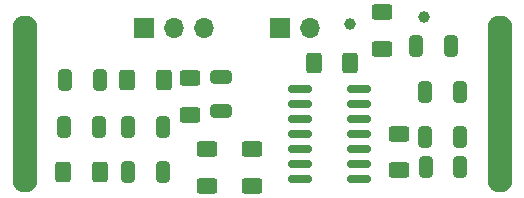
<source format=gbr>
%TF.GenerationSoftware,KiCad,Pcbnew,(6.0.4)*%
%TF.CreationDate,2022-08-01T11:19:28+10:00*%
%TF.ProjectId,GSR + ST V2,47535220-2b20-4535-9420-56322e6b6963,rev?*%
%TF.SameCoordinates,Original*%
%TF.FileFunction,Soldermask,Top*%
%TF.FilePolarity,Negative*%
%FSLAX46Y46*%
G04 Gerber Fmt 4.6, Leading zero omitted, Abs format (unit mm)*
G04 Created by KiCad (PCBNEW (6.0.4)) date 2022-08-01 11:19:28*
%MOMM*%
%LPD*%
G01*
G04 APERTURE LIST*
G04 Aperture macros list*
%AMRoundRect*
0 Rectangle with rounded corners*
0 $1 Rounding radius*
0 $2 $3 $4 $5 $6 $7 $8 $9 X,Y pos of 4 corners*
0 Add a 4 corners polygon primitive as box body*
4,1,4,$2,$3,$4,$5,$6,$7,$8,$9,$2,$3,0*
0 Add four circle primitives for the rounded corners*
1,1,$1+$1,$2,$3*
1,1,$1+$1,$4,$5*
1,1,$1+$1,$6,$7*
1,1,$1+$1,$8,$9*
0 Add four rect primitives between the rounded corners*
20,1,$1+$1,$2,$3,$4,$5,0*
20,1,$1+$1,$4,$5,$6,$7,0*
20,1,$1+$1,$6,$7,$8,$9,0*
20,1,$1+$1,$8,$9,$2,$3,0*%
G04 Aperture macros list end*
%ADD10C,1.000000*%
%ADD11R,1.700000X1.700000*%
%ADD12O,1.700000X1.700000*%
%ADD13RoundRect,0.250000X-0.325000X-0.650000X0.325000X-0.650000X0.325000X0.650000X-0.325000X0.650000X0*%
%ADD14RoundRect,0.250000X0.625000X-0.400000X0.625000X0.400000X-0.625000X0.400000X-0.625000X-0.400000X0*%
%ADD15RoundRect,0.150000X-0.825000X-0.150000X0.825000X-0.150000X0.825000X0.150000X-0.825000X0.150000X0*%
%ADD16O,2.100000X15.000000*%
%ADD17RoundRect,0.250000X-0.400000X-0.625000X0.400000X-0.625000X0.400000X0.625000X-0.400000X0.625000X0*%
%ADD18RoundRect,0.250000X-0.625000X0.400000X-0.625000X-0.400000X0.625000X-0.400000X0.625000X0.400000X0*%
%ADD19RoundRect,0.250000X0.650000X-0.325000X0.650000X0.325000X-0.650000X0.325000X-0.650000X-0.325000X0*%
G04 APERTURE END LIST*
D10*
%TO.C,TP2*%
X204100000Y-107700000D03*
%TD*%
D11*
%TO.C,J2*%
X198200000Y-108000000D03*
D12*
X200740000Y-108000000D03*
%TD*%
D13*
%TO.C,C2*%
X179925000Y-116400000D03*
X182875000Y-116400000D03*
%TD*%
%TO.C,C1*%
X180000000Y-112400000D03*
X182950000Y-112400000D03*
%TD*%
D14*
%TO.C,R4*%
X192000000Y-121350000D03*
X192000000Y-118250000D03*
%TD*%
%TO.C,R5*%
X208300000Y-120050000D03*
X208300000Y-116950000D03*
%TD*%
D13*
%TO.C,C8*%
X185325000Y-120200000D03*
X188275000Y-120200000D03*
%TD*%
%TO.C,C9*%
X185325000Y-116400000D03*
X188275000Y-116400000D03*
%TD*%
D15*
%TO.C,U3*%
X199925000Y-113190000D03*
X199925000Y-114460000D03*
X199925000Y-115730000D03*
X199925000Y-117000000D03*
X199925000Y-118270000D03*
X199925000Y-119540000D03*
X199925000Y-120810000D03*
X204875000Y-120810000D03*
X204875000Y-119540000D03*
X204875000Y-118270000D03*
X204875000Y-117000000D03*
X204875000Y-115730000D03*
X204875000Y-114460000D03*
X204875000Y-113190000D03*
%TD*%
D14*
%TO.C,R1*%
X190600000Y-115350000D03*
X190600000Y-112250000D03*
%TD*%
D13*
%TO.C,C4*%
X210450000Y-117200000D03*
X213400000Y-117200000D03*
%TD*%
D16*
%TO.C,REF\u002A\u002A*%
X216800000Y-114400000D03*
%TD*%
D11*
%TO.C,J1*%
X186675000Y-108000000D03*
D12*
X189215000Y-108000000D03*
X191755000Y-108000000D03*
%TD*%
D17*
%TO.C,R7*%
X185250000Y-112400000D03*
X188350000Y-112400000D03*
%TD*%
%TO.C,R6*%
X179850000Y-120200000D03*
X182950000Y-120200000D03*
%TD*%
D16*
%TO.C,REF\u002A\u002A*%
X176600000Y-114400000D03*
%TD*%
D13*
%TO.C,C5*%
X209725000Y-109500000D03*
X212675000Y-109500000D03*
%TD*%
D10*
%TO.C,TP3*%
X210400000Y-107100000D03*
%TD*%
D13*
%TO.C,C7*%
X210525000Y-119800000D03*
X213475000Y-119800000D03*
%TD*%
D18*
%TO.C,R8*%
X206800000Y-106650000D03*
X206800000Y-109750000D03*
%TD*%
D17*
%TO.C,R3*%
X201050000Y-111000000D03*
X204150000Y-111000000D03*
%TD*%
D18*
%TO.C,R2*%
X195800000Y-118250000D03*
X195800000Y-121350000D03*
%TD*%
D19*
%TO.C,C3*%
X193200000Y-115075000D03*
X193200000Y-112125000D03*
%TD*%
D13*
%TO.C,C6*%
X210450000Y-113400000D03*
X213400000Y-113400000D03*
%TD*%
M02*

</source>
